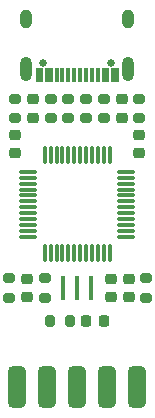
<source format=gts>
G04 EasyEDA Pro v1.9.28, 2023-01-14 19:19:00*
G04 Gerber Generator version 0.3*%TF.GenerationSoftware,KiCad,Pcbnew,8.0.1*%
%TF.CreationDate,2024-08-06T23:31:19+08:00*%
%TF.ProjectId,ST-Link-V2.1,53542d4c-696e-46b2-9d56-322e312e6b69,rev?*%
%TF.SameCoordinates,Original*%
%TF.FileFunction,Soldermask,Top*%
%TF.FilePolarity,Negative*%
%FSLAX46Y46*%
G04 Gerber Fmt 4.6, Leading zero omitted, Abs format (unit mm)*
G04 Created by KiCad (PCBNEW 8.0.1) date 2024-08-06 23:31:19*
%MOMM*%
%LPD*%
G01*
G04 APERTURE LIST*
G04 Aperture macros list*
%AMRoundRect*
0 Rectangle with rounded corners*
0 $1 Rounding radius*
0 $2 $3 $4 $5 $6 $7 $8 $9 X,Y pos of 4 corners*
0 Add a 4 corners polygon primitive as box body*
4,1,4,$2,$3,$4,$5,$6,$7,$8,$9,$2,$3,0*
0 Add four circle primitives for the rounded corners*
1,1,$1+$1,$2,$3*
1,1,$1+$1,$4,$5*
1,1,$1+$1,$6,$7*
1,1,$1+$1,$8,$9*
0 Add four rect primitives between the rounded corners*
20,1,$1+$1,$2,$3,$4,$5,0*
20,1,$1+$1,$4,$5,$6,$7,0*
20,1,$1+$1,$6,$7,$8,$9,0*
20,1,$1+$1,$8,$9,$2,$3,0*%
G04 Aperture macros list end*
%ADD10R,0.400000X2.000000*%
%ADD11RoundRect,0.375000X-0.375000X-1.375000X0.375000X-1.375000X0.375000X1.375000X-0.375000X1.375000X0*%
%ADD12RoundRect,0.218750X0.256250X-0.218750X0.256250X0.218750X-0.256250X0.218750X-0.256250X-0.218750X0*%
%ADD13RoundRect,0.075000X0.075000X-0.662500X0.075000X0.662500X-0.075000X0.662500X-0.075000X-0.662500X0*%
%ADD14RoundRect,0.075000X0.662500X-0.075000X0.662500X0.075000X-0.662500X0.075000X-0.662500X-0.075000X0*%
%ADD15RoundRect,0.200000X-0.275000X0.200000X-0.275000X-0.200000X0.275000X-0.200000X0.275000X0.200000X0*%
%ADD16RoundRect,0.200000X0.275000X-0.200000X0.275000X0.200000X-0.275000X0.200000X-0.275000X-0.200000X0*%
%ADD17RoundRect,0.200000X-0.200000X-0.275000X0.200000X-0.275000X0.200000X0.275000X-0.200000X0.275000X0*%
%ADD18C,0.650000*%
%ADD19R,0.300000X1.150000*%
%ADD20O,1.000000X2.100000*%
%ADD21O,1.000000X1.600000*%
%ADD22RoundRect,0.225000X-0.225000X-0.250000X0.225000X-0.250000X0.225000X0.250000X-0.225000X0.250000X0*%
%ADD23RoundRect,0.225000X-0.250000X0.225000X-0.250000X-0.225000X0.250000X-0.225000X0.250000X0.225000X0*%
G04 APERTURE END LIST*
D10*
%TO.C,Y1*%
X57865000Y-58600000D03*
X59065000Y-58600000D03*
X60265000Y-58600000D03*
%TD*%
D11*
%TO.C,J2*%
X64145000Y-67000000D03*
X61605000Y-67000000D03*
X59065000Y-67000000D03*
X56525000Y-67000000D03*
X53985000Y-67000000D03*
%TD*%
D12*
%TO.C,D3*%
X64315000Y-45600000D03*
X64315000Y-47175000D03*
%TD*%
%TO.C,D2*%
X53815000Y-47175000D03*
X53815000Y-45600000D03*
%TD*%
D13*
%TO.C,U1*%
X56315000Y-55662500D03*
X56815000Y-55662500D03*
X57315000Y-55662500D03*
X57815000Y-55662500D03*
X58315000Y-55662500D03*
X58815000Y-55662500D03*
X59315000Y-55662500D03*
X59815000Y-55662500D03*
X60315000Y-55662500D03*
X60815000Y-55662500D03*
X61315000Y-55662500D03*
X61815000Y-55662500D03*
D14*
X63227500Y-54250000D03*
X63227500Y-53750000D03*
X63227500Y-53250000D03*
X63227500Y-52750000D03*
X63227500Y-52250000D03*
X63227500Y-51750000D03*
X63227500Y-51250000D03*
X63227500Y-50750000D03*
X63227500Y-50250000D03*
X63227500Y-49750000D03*
X63227500Y-49250000D03*
X63227500Y-48750000D03*
D13*
X61815000Y-47337500D03*
X61315000Y-47337500D03*
X60815000Y-47337500D03*
X60315000Y-47337500D03*
X59815000Y-47337500D03*
X59315000Y-47337500D03*
X58815000Y-47337500D03*
X58315000Y-47337500D03*
X57815000Y-47337500D03*
X57315000Y-47337500D03*
X56815000Y-47337500D03*
X56315000Y-47337500D03*
D14*
X54902500Y-48750000D03*
X54902500Y-49250000D03*
X54902500Y-49750000D03*
X54902500Y-50250000D03*
X54902500Y-50750000D03*
X54902500Y-51250000D03*
X54902500Y-51750000D03*
X54902500Y-52250000D03*
X54902500Y-52750000D03*
X54902500Y-53250000D03*
X54902500Y-53750000D03*
X54902500Y-54250000D03*
%TD*%
D15*
%TO.C,R19*%
X64315000Y-42575000D03*
X64315000Y-44225000D03*
%TD*%
%TO.C,R18*%
X53815000Y-42575000D03*
X53815000Y-44225000D03*
%TD*%
D16*
%TO.C,R17*%
X64915000Y-59425000D03*
X64915000Y-57775000D03*
%TD*%
%TO.C,R7*%
X56315000Y-59425000D03*
X56315000Y-57775000D03*
%TD*%
D15*
%TO.C,R6*%
X58315000Y-42575000D03*
X58315000Y-44225000D03*
%TD*%
%TO.C,R5*%
X59815000Y-42575000D03*
X59815000Y-44225000D03*
%TD*%
%TO.C,R4*%
X56815000Y-42575000D03*
X56815000Y-44225000D03*
%TD*%
%TO.C,R3*%
X61315000Y-42575000D03*
X61315000Y-44225000D03*
%TD*%
%TO.C,R2*%
X53315000Y-57775000D03*
X53315000Y-59425000D03*
%TD*%
D17*
%TO.C,R1*%
X56790000Y-61400000D03*
X58440000Y-61400000D03*
%TD*%
D18*
%TO.C,J1*%
X61955000Y-39520000D03*
X56175000Y-39520000D03*
D19*
X62415000Y-40585000D03*
X61615000Y-40585000D03*
X60315000Y-40585000D03*
X59315000Y-40585000D03*
X58815000Y-40585000D03*
X57815000Y-40585000D03*
X56515000Y-40585000D03*
X55715000Y-40585000D03*
X56015000Y-40585000D03*
X56815000Y-40585000D03*
X57315000Y-40585000D03*
X58315000Y-40585000D03*
X59815000Y-40585000D03*
X60815000Y-40585000D03*
X61315000Y-40585000D03*
X62115000Y-40585000D03*
D20*
X63385000Y-40020000D03*
D21*
X63385000Y-35840000D03*
D20*
X54745000Y-40020000D03*
D21*
X54745000Y-35840000D03*
%TD*%
D22*
%TO.C,C6*%
X59815000Y-61400000D03*
X61365000Y-61400000D03*
%TD*%
D23*
%TO.C,C5*%
X63415000Y-57825000D03*
X63415000Y-59375000D03*
%TD*%
%TO.C,C4*%
X61915000Y-57825000D03*
X61915000Y-59375000D03*
%TD*%
%TO.C,C3*%
X54815000Y-57825000D03*
X54815000Y-59375000D03*
%TD*%
%TO.C,C2*%
X62815000Y-42625000D03*
X62815000Y-44175000D03*
%TD*%
%TO.C,C1*%
X55315000Y-42625000D03*
X55315000Y-44175000D03*
%TD*%
M02*

</source>
